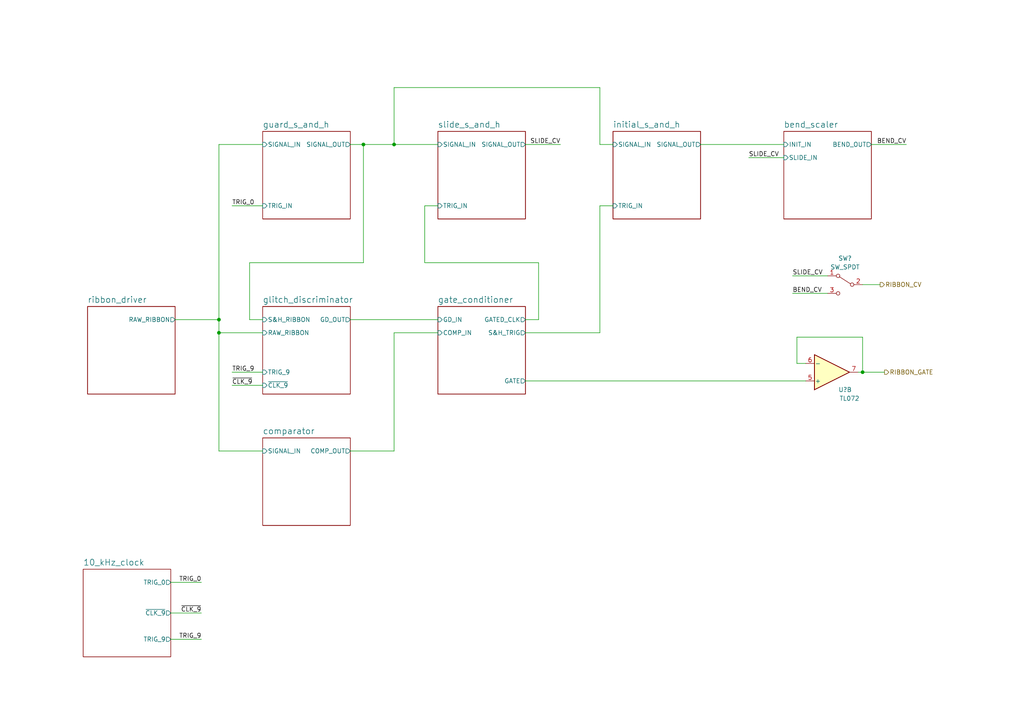
<source format=kicad_sch>
(kicad_sch (version 20211123) (generator eeschema)
  (paper "A4")
  (lib_symbols
    (symbol "Amplifier_Operational:TL072" (pin_names (offset 0.127))
      (property "Reference" "U" (at 0 5.08 0))
      (property "Value" "TL072" (at 0 -5.08 0))
      (symbol "TL072_1_1"
        (polyline (pts (xy -5.08 5.08) (xy 5.08 0) (xy -5.08 -5.08) (xy -5.08 5.08)) (stroke (width 0.254)) (fill (type background)))
        (pin output line (at 7.62 0 180) (length 2.54) (name "~") (number "1"))
        (pin input line (at -7.62 -2.54 0) (length 2.54) (name "-") (number "2"))
        (pin input line (at -7.62 2.54 0) (length 2.54) (name "+") (number "3"))
      )
      (symbol "TL072_2_1"
        (polyline (pts (xy -5.08 5.08) (xy 5.08 0) (xy -5.08 -5.08) (xy -5.08 5.08)) (stroke (width 0.254)) (fill (type background)))
        (pin input line (at -7.62 2.54 0) (length 2.54) (name "+") (number "5"))
        (pin input line (at -7.62 -2.54 0) (length 2.54) (name "-") (number "6"))
        (pin output line (at 7.62 0 180) (length 2.54) (name "~") (number "7"))
      )
      (symbol "TL072_3_1"
        (pin power_in line (at -2.54 -7.62 90) (length 3.81) (name "V-") (number "4"))
        (pin power_in line (at -2.54 7.62 270) (length 3.81) (name "V+") (number "8"))
      )
    )
    (symbol "Switch:SW_SPDT" (pin_names (offset 0) hide)
      (property "Reference" "SW" (at 0 4.318 0))
      (property "Value" "SW_SPDT" (at 0 -5.08 0))
      (symbol "SW_SPDT_0_0"
        (circle (center -2.032 0) (radius 0.508))
        (circle (center 2.032 -2.54) (radius 0.508))
      )
      (symbol "SW_SPDT_0_1"
        (polyline (pts (xy -1.524 0.254) (xy 1.651 2.286)))
        (circle (center 2.032 2.54) (radius 0.508))
      )
      (symbol "SW_SPDT_1_1"
        (pin passive line (at 5.08 2.54 180) (length 2.54) (name "A") (number "1"))
        (pin passive line (at -5.08 0 0) (length 2.54) (name "B") (number "2"))
        (pin passive line (at 5.08 -2.54 180) (length 2.54) (name "C") (number "3"))
      )
    )
  )
  (junction (at 114.3 41.91))
  (junction (at 250.19 107.95))
  (junction (at 63.5 92.71))
  (junction (at 63.5 96.52))
  (junction (at 105.41 41.91))
  (wire (pts (xy 105.41 41.91) (xy 114.3 41.91)))
  (wire (pts (xy 114.3 130.81) (xy 114.3 96.52)))
  (wire (pts (xy 152.4 110.49) (xy 233.68 110.49)))
  (wire (pts (xy 173.99 41.91) (xy 177.8 41.91)))
  (wire (pts (xy 101.6 92.71) (xy 127 92.71)))
  (wire (pts (xy 250.19 82.55) (xy 255.27 82.55)))
  (wire (pts (xy 248.92 107.95) (xy 250.19 107.95)))
  (wire (pts (xy 240.03 80.01) (xy 229.87 80.01)))
  (wire (pts (xy 114.3 41.91) (xy 127 41.91)))
  (wire (pts (xy 252.73 41.91) (xy 262.89 41.91)))
  (wire (pts (xy 173.99 25.4) (xy 173.99 41.91)))
  (wire (pts (xy 63.5 96.52) (xy 63.5 130.81)))
  (wire (pts (xy 233.68 105.41) (xy 231.14 105.41)))
  (wire (pts (xy 250.19 107.95) (xy 256.54 107.95)))
  (wire (pts (xy 63.5 130.81) (xy 76.2 130.81)))
  (wire (pts (xy 63.5 92.71) (xy 63.5 96.52)))
  (wire (pts (xy 152.4 96.52) (xy 173.99 96.52)))
  (wire (pts (xy 156.21 76.2) (xy 123.19 76.2)))
  (wire (pts (xy 49.53 177.8) (xy 58.42 177.8)))
  (wire (pts (xy 50.8 92.71) (xy 63.5 92.71)))
  (wire (pts (xy 49.53 168.91) (xy 58.42 168.91)))
  (wire (pts (xy 76.2 111.76) (xy 67.31 111.76)))
  (wire (pts (xy 105.41 76.2) (xy 105.41 41.91)))
  (wire (pts (xy 240.03 85.09) (xy 229.87 85.09)))
  (wire (pts (xy 49.53 185.42) (xy 58.42 185.42)))
  (wire (pts (xy 156.21 92.71) (xy 156.21 76.2)))
  (wire (pts (xy 203.2 41.91) (xy 227.33 41.91)))
  (wire (pts (xy 76.2 59.69) (xy 67.31 59.69)))
  (wire (pts (xy 63.5 41.91) (xy 63.5 92.71)))
  (wire (pts (xy 114.3 41.91) (xy 114.3 25.4)))
  (wire (pts (xy 72.39 92.71) (xy 72.39 76.2)))
  (wire (pts (xy 123.19 76.2) (xy 123.19 59.69)))
  (wire (pts (xy 227.33 45.72) (xy 217.17 45.72)))
  (wire (pts (xy 173.99 96.52) (xy 173.99 59.69)))
  (wire (pts (xy 72.39 76.2) (xy 105.41 76.2)))
  (wire (pts (xy 231.14 97.79) (xy 250.19 97.79)))
  (wire (pts (xy 76.2 92.71) (xy 72.39 92.71)))
  (wire (pts (xy 152.4 92.71) (xy 156.21 92.71)))
  (wire (pts (xy 173.99 59.69) (xy 177.8 59.69)))
  (wire (pts (xy 76.2 107.95) (xy 67.31 107.95)))
  (wire (pts (xy 114.3 25.4) (xy 173.99 25.4)))
  (wire (pts (xy 250.19 97.79) (xy 250.19 107.95)))
  (wire (pts (xy 114.3 96.52) (xy 127 96.52)))
  (wire (pts (xy 152.4 41.91) (xy 162.56 41.91)))
  (wire (pts (xy 123.19 59.69) (xy 127 59.69)))
  (wire (pts (xy 76.2 96.52) (xy 63.5 96.52)))
  (wire (pts (xy 76.2 41.91) (xy 63.5 41.91)))
  (wire (pts (xy 101.6 41.91) (xy 105.41 41.91)))
  (wire (pts (xy 101.6 130.81) (xy 114.3 130.81)))
  (wire (pts (xy 231.14 105.41) (xy 231.14 97.79)))
  (label "TRIG_9" (at 58.42 185.42 180))
  (label "~{CLK_9}" (at 58.42 177.8 180))
  (label "BEND_CV" (at 229.87 85.09 0))
  (label "TRIG_9" (at 67.31 107.95 0))
  (label "BEND_CV" (at 262.89 41.91 180))
  (label "SLIDE_CV" (at 162.56 41.91 180))
  (label "TRIG_0" (at 58.42 168.91 180))
  (label "TRIG_0" (at 67.31 59.69 0))
  (label "~{CLK_9}" (at 67.31 111.76 0))
  (label "SLIDE_CV" (at 217.17 45.72 0))
  (label "SLIDE_CV" (at 229.87 80.01 0))
  (hierarchical_label "RIBBON_CV" (shape output) (at 255.27 82.55 0))
  (hierarchical_label "RIBBON_GATE" (shape output) (at 256.54 107.95 0))
  (symbol (lib_id "Amplifier_Operational:TL072") (at 241.3 107.95 0) (mirror x) (unit 2)
    (property "Reference" "U?" (at 245.11 113.03 0))
    (property "Value" "TL072" (at 246.38 115.57 0))
    (property "Footprint" "Package_SO:SO-8_5.3x6.2mm_P1.27mm" (effects hide))
    (property "Datasheet" "http://www.ti.com/lit/ds/symlink/tl071.pdf" (effects hide))
  )
  (symbol (lib_id "Switch:SW_SPDT") (at 245.11 82.55 0) (mirror y) (unit 1)
    (property "Reference" "SW?" (at 245.11 74.93 0))
    (property "Value" "SW_SPDT" (at 245.11 77.47 0))
  )
  (sheet (at 127 88.9) (size 25.4 25.4) (stroke (width 0.1524))
    (property "Sheet name" "gate_conditioner" (at 127 87.9484 0) (effects (font (size 1.75 1.75)) (justify left bottom)))
    (property "Sheet file" "gate_conditioner.kicad_sch" (effects hide))
    (pin "GD_IN" input (at 127 92.71 180))
    (pin "COMP_IN" input (at 127 96.52 180))
    (pin "GATED_CLK" output (at 152.4 92.71 0))
    (pin "S&H_TRIG" output (at 152.4 96.52 0))
    (pin "GATE" output (at 152.4 110.49 0))
  )
  (sheet (at 177.8 38.1) (size 25.4 25.4) (stroke (width 0.1524))
    (property "Sheet name" "initial_s_and_h" (at 177.8 37.1484 0) (effects (font (size 1.75 1.75)) (justify left bottom)))
    (property "Sheet file" "clocked_s_and_h.kicad_sch" (effects hide))
    (pin "SIGNAL_IN" input (at 177.8 41.91 180))
    (pin "SIGNAL_OUT" output (at 203.2 41.91 0))
    (pin "TRIG_IN" input (at 177.8 59.69 180))
  )
  (sheet (at 76.2 38.1) (size 25.4 25.4) (stroke (width 0.1524))
    (property "Sheet name" "guard_s_and_h" (at 76.2 37.1484 0) (effects (font (size 1.75 1.75)) (justify left bottom)))
    (property "Sheet file" "basic_s_and_h.kicad_sch" (effects hide))
    (pin "SIGNAL_OUT" output (at 101.6 41.91 0))
    (pin "SIGNAL_IN" input (at 76.2 41.91 180))
    (pin "TRIG_IN" input (at 76.2 59.69 180))
  )
  (sheet (at 127 38.1) (size 25.4 25.4) (stroke (width 0.1524))
    (property "Sheet name" "slide_s_and_h" (at 127 37.1484 0) (effects (font (size 1.75 1.75)) (justify left bottom)))
    (property "Sheet file" "clocked_s_and_h.kicad_sch" (effects hide))
    (pin "SIGNAL_IN" input (at 127 41.91 180))
    (pin "SIGNAL_OUT" output (at 152.4 41.91 0))
    (pin "TRIG_IN" input (at 127 59.69 180))
  )
  (sheet (at 227.33 38.1) (size 25.4 25.4) (stroke (width 0.1524))
    (property "Sheet name" "bend_scaler" (at 227.33 37.1484 0) (effects (font (size 1.75 1.75)) (justify left bottom)))
    (property "Sheet file" "bend_scaler.kicad_sch" (effects hide))
    (pin "BEND_OUT" output (at 252.73 41.91 0))
    (pin "INIT_IN" input (at 227.33 41.91 180))
    (pin "SLIDE_IN" input (at 227.33 45.72 180))
  )
  (sheet (at 76.2 88.9) (size 25.4 25.4) (stroke (width 0.1524))
    (property "Sheet name" "glitch_discriminator" (at 76.2 87.9484 0) (effects (font (size 1.75 1.75)) (justify left bottom)))
    (property "Sheet file" "glitch_discriminator.kicad_sch" (effects hide))
    (pin "RAW_RIBBON" input (at 76.2 96.52 180))
    (pin "S&H_RIBBON" input (at 76.2 92.71 180))
    (pin "GD_OUT" output (at 101.6 92.71 0))
    (pin "TRIG_9" input (at 76.2 107.95 180))
    (pin "~{CLK_9}" input (at 76.2 111.76 180))
  )
  (sheet (at 25.4 88.9) (size 25.4 25.4) (stroke (width 0.1524))
    (property "Sheet name" "ribbon_driver" (at 25.4 87.9484 0) (effects (font (size 1.75 1.75)) (justify left bottom)))
    (property "Sheet file" "ribbon_driver.kicad_sch" (effects hide))
    (pin "RAW_RIBBON" output (at 50.8 92.71 0))
  )
  (sheet (at 24.13 165.1) (size 25.4 25.4) (stroke (width 0.1524))
    (property "Sheet name" "10_kHz_clock" (at 24.13 164.1484 0) (effects (font (size 1.75 1.75)) (justify left bottom)))
    (property "Sheet file" "10_kHz_clock.kicad_sch" (effects hide))
    (pin "TRIG_0" output (at 49.53 168.91 0))
    (pin "~{CLK_9}" output (at 49.53 177.8 0))
    (pin "TRIG_9" output (at 49.53 185.42 0))
  )
  (sheet (at 76.2 127) (size 25.4 25.4) (stroke (width 0.1524))
    (property "Sheet name" "comparator" (at 76.2 126.0484 0) (effects (font (size 1.75 1.75)) (justify left bottom)))
    (property "Sheet file" "comparator.kicad_sch" (effects hide))
    (pin "COMP_OUT" output (at 101.6 130.81 0))
    (pin "SIGNAL_IN" input (at 76.2 130.81 180))
  )
)
</source>
